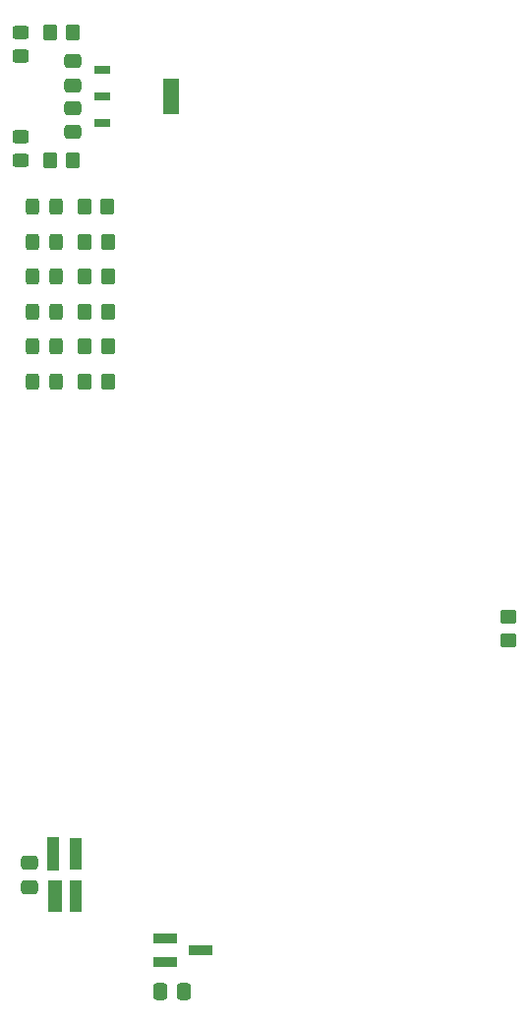
<source format=gbr>
%TF.GenerationSoftware,KiCad,Pcbnew,(6.0.0)*%
%TF.CreationDate,2024-02-18T00:07:20-06:00*%
%TF.ProjectId,MCD,4d43442e-6b69-4636-9164-5f7063625858,rev?*%
%TF.SameCoordinates,Original*%
%TF.FileFunction,Paste,Top*%
%TF.FilePolarity,Positive*%
%FSLAX46Y46*%
G04 Gerber Fmt 4.6, Leading zero omitted, Abs format (unit mm)*
G04 Created by KiCad (PCBNEW (6.0.0)) date 2024-02-18 00:07:20*
%MOMM*%
%LPD*%
G01*
G04 APERTURE LIST*
G04 Aperture macros list*
%AMRoundRect*
0 Rectangle with rounded corners*
0 $1 Rounding radius*
0 $2 $3 $4 $5 $6 $7 $8 $9 X,Y pos of 4 corners*
0 Add a 4 corners polygon primitive as box body*
4,1,4,$2,$3,$4,$5,$6,$7,$8,$9,$2,$3,0*
0 Add four circle primitives for the rounded corners*
1,1,$1+$1,$2,$3*
1,1,$1+$1,$4,$5*
1,1,$1+$1,$6,$7*
1,1,$1+$1,$8,$9*
0 Add four rect primitives between the rounded corners*
20,1,$1+$1,$2,$3,$4,$5,0*
20,1,$1+$1,$4,$5,$6,$7,0*
20,1,$1+$1,$6,$7,$8,$9,0*
20,1,$1+$1,$8,$9,$2,$3,0*%
%AMOutline4P*
0 Free polygon, 4 corners , with rotation*
0 The origin of the aperture is its center*
0 number of corners: always 4*
0 $1 to $8 corner X, Y*
0 $9 Rotation angle, in degrees counterclockwise*
0 create outline with 4 corners*
4,1,4,$1,$2,$3,$4,$5,$6,$7,$8,$1,$2,$9*%
G04 Aperture macros list end*
%ADD10R,2.032000X0.878794*%
%ADD11R,2.032000X0.878796*%
%ADD12R,2.032000X0.965200*%
%ADD13RoundRect,0.250000X-0.325000X-0.450000X0.325000X-0.450000X0.325000X0.450000X-0.325000X0.450000X0*%
%ADD14RoundRect,0.250000X0.350000X0.450000X-0.350000X0.450000X-0.350000X-0.450000X0.350000X-0.450000X0*%
%ADD15RoundRect,0.250000X0.450000X-0.325000X0.450000X0.325000X-0.450000X0.325000X-0.450000X-0.325000X0*%
%ADD16R,1.200000X2.800000*%
%ADD17R,1.000000X2.800000*%
%ADD18Outline4P,-0.500000X-1.400000X0.500000X-1.400000X0.500000X1.400000X-0.500000X1.400000X0.000000*%
%ADD19R,1.456400X0.800000*%
%ADD20R,1.456400X3.099999*%
%ADD21RoundRect,0.250000X0.475000X-0.337500X0.475000X0.337500X-0.475000X0.337500X-0.475000X-0.337500X0*%
%ADD22RoundRect,0.250000X0.450000X-0.350000X0.450000X0.350000X-0.450000X0.350000X-0.450000X-0.350000X0*%
%ADD23RoundRect,0.250000X-0.475000X0.337500X-0.475000X-0.337500X0.475000X-0.337500X0.475000X0.337500X0*%
%ADD24RoundRect,0.250000X-0.337500X-0.475000X0.337500X-0.475000X0.337500X0.475000X-0.337500X0.475000X0*%
%ADD25RoundRect,0.250000X-0.450000X0.325000X-0.450000X-0.325000X0.450000X-0.325000X0.450000X0.325000X0*%
G04 APERTURE END LIST*
D10*
%TO.C,U10*%
X117425200Y-169984000D03*
D11*
X117425200Y-172016000D03*
D12*
X120524000Y-170949200D03*
%TD*%
D13*
%TO.C,D5*%
X106000000Y-116000000D03*
X108050000Y-116000000D03*
%TD*%
D14*
%TO.C,R21*%
X112500000Y-119000000D03*
X110500000Y-119000000D03*
%TD*%
D15*
%TO.C,D1*%
X105000000Y-94025000D03*
X105000000Y-91975000D03*
%TD*%
D16*
%TO.C,U8*%
X107980000Y-166300000D03*
D17*
X109700000Y-166300000D03*
X109700000Y-162700000D03*
D18*
X107800000Y-162700000D03*
%TD*%
D13*
%TO.C,D4*%
X106000000Y-113000000D03*
X108050000Y-113000000D03*
%TD*%
D14*
%TO.C,R23*%
X109500000Y-103000000D03*
X107500000Y-103000000D03*
%TD*%
D19*
%TO.C,U7*%
X112025800Y-95200000D03*
X112025800Y-97500000D03*
X112025800Y-99800000D03*
D20*
X117974200Y-97500000D03*
%TD*%
D13*
%TO.C,D7*%
X106000000Y-122000000D03*
X108050000Y-122000000D03*
%TD*%
D21*
%TO.C,C19*%
X109500000Y-100537500D03*
X109500000Y-98462500D03*
%TD*%
D22*
%TO.C,R2*%
X147000000Y-144300000D03*
X147000000Y-142300000D03*
%TD*%
D13*
%TO.C,D2*%
X105975000Y-107000000D03*
X108025000Y-107000000D03*
%TD*%
D14*
%TO.C,R22*%
X112500000Y-122000000D03*
X110500000Y-122000000D03*
%TD*%
%TO.C,R18*%
X112500000Y-110000000D03*
X110500000Y-110000000D03*
%TD*%
D23*
%TO.C,C21*%
X105750000Y-163462500D03*
X105750000Y-165537500D03*
%TD*%
D14*
%TO.C,R17*%
X112475000Y-107000000D03*
X110475000Y-107000000D03*
%TD*%
%TO.C,R19*%
X112500000Y-113000000D03*
X110500000Y-113000000D03*
%TD*%
%TO.C,R20*%
X112500000Y-116000000D03*
X110500000Y-116000000D03*
%TD*%
D23*
%TO.C,C18*%
X109500000Y-94462500D03*
X109500000Y-96537500D03*
%TD*%
D24*
%TO.C,C20*%
X117000000Y-174500000D03*
X119075000Y-174500000D03*
%TD*%
D13*
%TO.C,D3*%
X106000000Y-110000000D03*
X108050000Y-110000000D03*
%TD*%
D25*
%TO.C,D8*%
X105000000Y-100975000D03*
X105000000Y-103025000D03*
%TD*%
D14*
%TO.C,R16*%
X109500000Y-92000000D03*
X107500000Y-92000000D03*
%TD*%
D13*
%TO.C,D6*%
X106000000Y-119000000D03*
X108050000Y-119000000D03*
%TD*%
M02*

</source>
